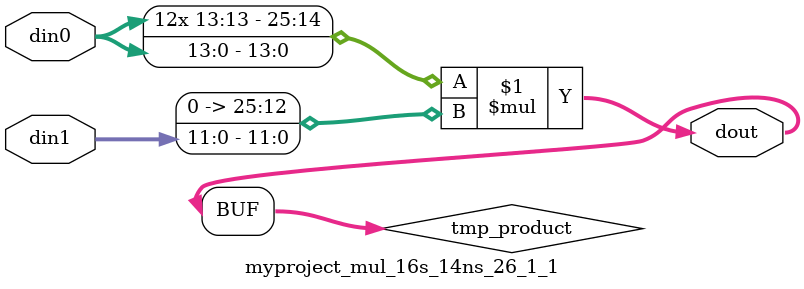
<source format=v>

`timescale 1 ns / 1 ps

  module myproject_mul_16s_14ns_26_1_1(din0, din1, dout);
parameter ID = 1;
parameter NUM_STAGE = 0;
parameter din0_WIDTH = 14;
parameter din1_WIDTH = 12;
parameter dout_WIDTH = 26;

input [din0_WIDTH - 1 : 0] din0; 
input [din1_WIDTH - 1 : 0] din1; 
output [dout_WIDTH - 1 : 0] dout;

wire signed [dout_WIDTH - 1 : 0] tmp_product;












assign tmp_product = $signed(din0) * $signed({1'b0, din1});









assign dout = tmp_product;







endmodule

</source>
